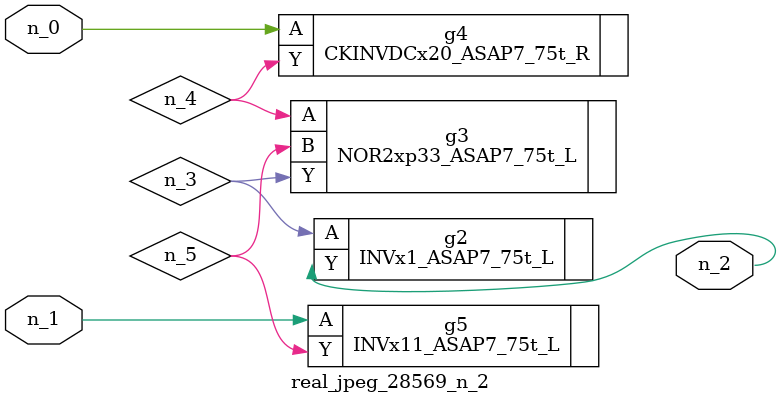
<source format=v>
module real_jpeg_28569_n_2 (n_1, n_0, n_2);

input n_1;
input n_0;

output n_2;

wire n_5;
wire n_4;
wire n_3;

CKINVDCx20_ASAP7_75t_R g4 ( 
.A(n_0),
.Y(n_4)
);

INVx11_ASAP7_75t_L g5 ( 
.A(n_1),
.Y(n_5)
);

INVx1_ASAP7_75t_L g2 ( 
.A(n_3),
.Y(n_2)
);

NOR2xp33_ASAP7_75t_L g3 ( 
.A(n_4),
.B(n_5),
.Y(n_3)
);


endmodule
</source>
